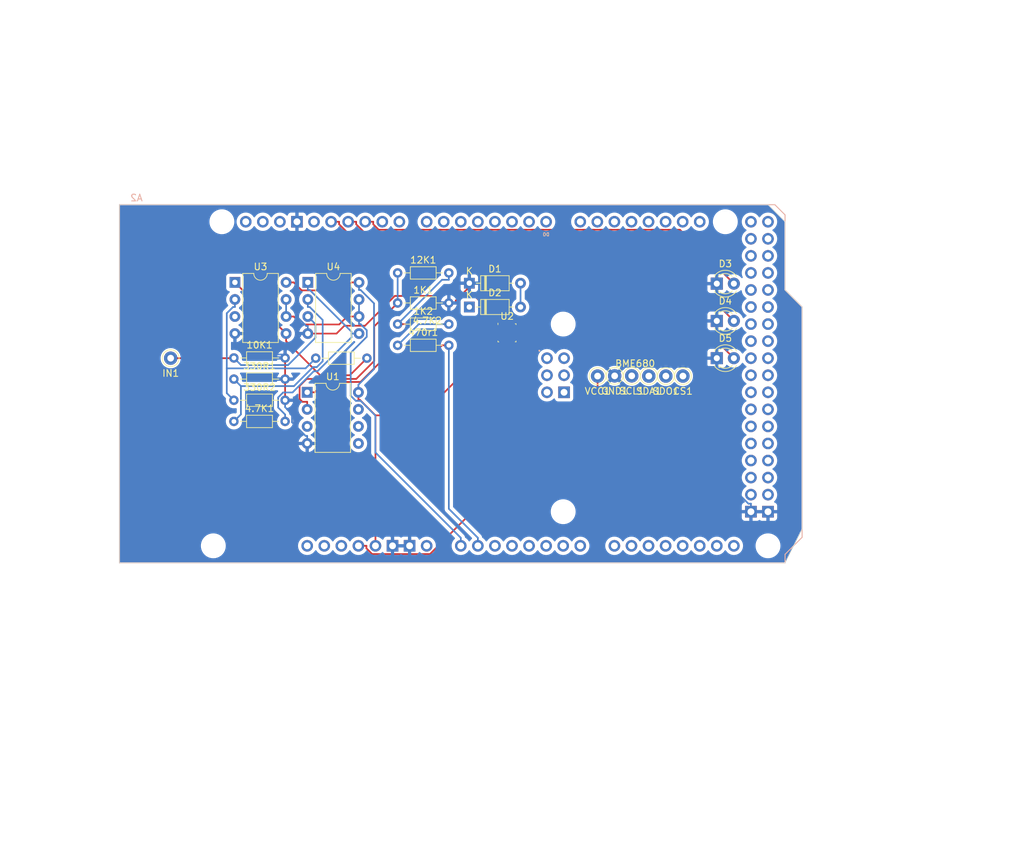
<source format=kicad_pcb>
(kicad_pcb (version 20221018) (generator pcbnew)
  (layers (0 "F.Cu" signal) (31 "B.Cu" signal) (34 "B.Paste" user) (35 "F.Paste" user) (36 "B.SilkS" user "B.Silkscreen") (37 "F.SilkS" user "F.Silkscreen") (38 "B.Mask" user) (39 "F.Mask" user) (44 "Edge.Cuts" user))
  (net 0 "")
  (net 1 "Net-(U1A--)")
  (net 2 "Net-(12K1-Pad2)")
  (net 3 "Net-(1K2-Pad2)")
  (net 4 "Net-(470r1-Pad2)")
  (net 5 "Net-(U1C-V+)")
  (net 9 "Net-(U4A--)")
  (net 76 "GND")
  (net 87 "Net-(D1-A)")
  (net 88 "Net-(D2-K)")
  (net 94 "Net-(D3-A)")
  (net 95 "Net-(D4-A)")
  (net 96 "Net-(D5-A)")
  (net 97 "Net-(U4B-+)")
  (net 98 "Net-(U3A--)")
  (net 99 "Net-(U3B-+)")
  (net 100 "Net-(DZ5-K)")
  (net 101 "Net-(U3B--)")
  (net 102 "Net-(DZ3-K)")
  (net 103 "Net-(DZ1-K)")
  (net 108 "VCC")
  (footprint "Resistor_THT:R_Axial_DIN0204_L3.6mm_D1.6mm_P7.62mm_Horizontal" (layer "F.Cu") (at 111.011 78.7031)
    (fp_text reference "10K1" (at 3.81 -1.92) (layer "F.SilkS"))
    (fp_text value "R")
    (pad "1" thru_hole circle (at 0 0) (size 1.4 1.4) (drill 0.7) (layers "*.Cu" "*.Mask") (net 100 "Net-(DZ5-K)"))
    (pad "2" thru_hole oval (at 7.62 0) (size 1.4 1.4) (drill 0.7) (layers "*.Cu" "*.Mask") (net 76 "GND"))
  )
  (footprint "Package_DIP:DIP-8_W7.62mm" (layer "F.Cu") (at 122.011 67.4531)
    (fp_text reference "U4" (at 3.81 -2.33) (layer "F.SilkS"))
    (fp_text value "TL082")
    (pad "1" thru_hole rect (at 0 0) (size 1.6 1.6) (drill 0.8) (layers "*.Cu" "*.Mask") (net 97 "Net-(U4B-+)"))
    (pad "2" thru_hole oval (at 0 2.54) (size 1.6 1.6) (drill 0.8) (layers "*.Cu" "*.Mask") (net 9 "Net-(U4A--)"))
    (pad "3" thru_hole oval (at 0 5.08) (size 1.6 1.6) (drill 0.8) (layers "*.Cu" "*.Mask") (net 100 "Net-(DZ5-K)"))
    (pad "4" thru_hole oval (at 0 7.62) (size 1.6 1.6) (drill 0.8) (layers "*.Cu" "*.Mask") (net 76 "GND"))
    (pad "5" thru_hole oval (at 7.62 7.62) (size 1.6 1.6) (drill 0.8) (layers "*.Cu" "*.Mask") (net 97 "Net-(U4B-+)"))
    (pad "6" thru_hole oval (at 7.62 5.08) (size 1.6 1.6) (drill 0.8) (layers "*.Cu" "*.Mask") (net 101 "Net-(U3B--)"))
    (pad "7" thru_hole oval (at 7.62 2.54) (size 1.6 1.6) (drill 0.8) (layers "*.Cu" "*.Mask") (net 101 "Net-(U3B--)"))
    (pad "8" thru_hole oval (at 7.62 0) (size 1.6 1.6) (drill 0.8) (layers "*.Cu" "*.Mask") (net 5 "Net-(U1C-V+)"))
  )
  (footprint "Resistor_THT:R_Axial_DIN0204_L3.6mm_D1.6mm_P7.62mm_Horizontal" (layer "F.Cu") (at 135.38 73.67)
    (fp_text reference "1K2" (at 3.81 -1.92) (layer "F.SilkS"))
    (fp_text value "R")
    (pad "1" thru_hole circle (at 0 0) (size 1.4 1.4) (drill 0.7) (layers "*.Cu" "*.Mask") (net 2 "Net-(12K1-Pad2)"))
    (pad "2" thru_hole oval (at 7.62 0) (size 1.4 1.4) (drill 0.7) (layers "*.Cu" "*.Mask") (net 3 "Net-(1K2-Pad2)"))
  )
  (footprint "Package_DIP:DIP-8_W7.62mm" (layer "F.Cu") (at 121.92 83.82)
    (fp_text reference "U1" (at 3.81 -2.33) (layer "F.SilkS"))
    (fp_text value "MCP6002-xMC")
    (pad "1" thru_hole rect (at 0 0) (size 1.6 1.6) (drill 0.8) (layers "*.Cu" "*.Mask") (net 4 "Net-(470r1-Pad2)"))
    (pad "2" thru_hole oval (at 0 2.54) (size 1.6 1.6) (drill 0.8) (layers "*.Cu" "*.Mask") (net 1 "Net-(U1A--)"))
    (pad "3" thru_hole oval (at 0 5.08) (size 1.6 1.6) (drill 0.8) (layers "*.Cu" "*.Mask") (net 102 "Net-(DZ3-K)"))
    (pad "4" thru_hole oval (at 0 7.62) (size 1.6 1.6) (drill 0.8) (layers "*.Cu" "*.Mask") (net 76 "GND"))
    (pad "5" thru_hole oval (at 7.62 7.62) (size 1.6 1.6) (drill 0.8) (layers "*.Cu" "*.Mask"))
    (pad "6" thru_hole oval (at 7.62 5.08) (size 1.6 1.6) (drill 0.8) (layers "*.Cu" "*.Mask"))
    (pad "7" thru_hole oval (at 7.62 2.54) (size 1.6 1.6) (drill 0.8) (layers "*.Cu" "*.Mask"))
    (pad "8" thru_hole oval (at 7.62 0) (size 1.6 1.6) (drill 0.8) (layers "*.Cu" "*.Mask") (net 5 "Net-(U1C-V+)"))
  )
  (footprint "Connector_Pin:Pin_D1.0mm_L10.0mm" (layer "F.Cu") (at 175.298 81.402)
    (fp_text reference "SDO1" (at 0 2.25) (layer "F.SilkS"))
    (fp_text value "MountingHole_Pad" hide)
    (pad "1" thru_hole circle (at 0 0) (size 2 2) (drill 1) (layers "*.Cu" "*.Mask"))
  )
  (footprint "Connector_Pin:Pin_D1.0mm_L10.0mm" (layer "F.Cu") (at 177.838 81.402)
    (fp_text reference "CS1" (at 0 2.25) (layer "F.SilkS"))
    (fp_text value "MountingHole_Pad" hide)
    (pad "1" thru_hole circle (at 0 0) (size 2 2) (drill 1) (layers "*.Cu" "*.Mask"))
  )
  (footprint "Connector_Pin:Pin_D1.0mm_L10.0mm" (layer "F.Cu") (at 167.678 81.372)
    (fp_text reference "GND1" (at 0 2.25) (layer "F.SilkS"))
    (fp_text value "MountingHole_Pad" hide)
    (pad "1" thru_hole circle (at 0 0) (size 2 2) (drill 1) (layers "*.Cu" "*.Mask") (net 76 "GND"))
  )
  (footprint "LED_THT:LED_D3.0mm_Clear" (layer "F.Cu") (at 182.88 67.64)
    (fp_text reference "D3" (at 1.27 -2.96) (layer "F.SilkS"))
    (fp_text value "LED")
    (pad "1" thru_hole rect (at 0 0) (size 1.8 1.8) (drill 0.9) (layers "*.Cu" "*.Mask") (net 76 "GND"))
    (pad "2" thru_hole circle (at 2.54 0) (size 1.8 1.8) (drill 0.9) (layers "*.Cu" "*.Mask") (net 94 "Net-(D3-A)"))
  )
  (footprint "Diode_THT:D_DO-35_SOD27_P7.62mm_Horizontal" (layer "F.Cu") (at 146.05 71.12)
    (fp_text reference "D2" (at 3.81 -2.12) (layer "F.SilkS"))
    (fp_text value "D_Zener")
    (fp_text user "K" (at 0 -1.8) (layer "F.SilkS"))
    (pad "1" thru_hole rect (at 0 0) (size 1.6 1.6) (drill 0.8) (layers "*.Cu" "*.Mask") (net 88 "Net-(D2-K)"))
    (pad "2" thru_hole oval (at 7.62 0) (size 1.6 1.6) (drill 0.8) (layers "*.Cu" "*.Mask") (net 87 "Net-(D1-A)"))
  )
  (footprint "Resistor_THT:R_Axial_DIN0204_L3.6mm_D1.6mm_P7.62mm_Horizontal" (layer "F.Cu") (at 135.38 70.52)
    (fp_text reference "1K1" (at 3.81 -1.92) (layer "F.SilkS"))
    (fp_text value "R")
    (pad "1" thru_hole circle (at 0 0) (size 1.4 1.4) (drill 0.7) (layers "*.Cu" "*.Mask") (net 1 "Net-(U1A--)"))
    (pad "2" thru_hole oval (at 7.62 0) (size 1.4 1.4) (drill 0.7) (layers "*.Cu" "*.Mask") (net 76 "GND"))
  )
  (footprint "Resistor_THT:R_Axial_DIN0204_L3.6mm_D1.6mm_P7.62mm_Horizontal" (layer "F.Cu") (at 111.011 85.0031)
    (fp_text reference "330R2" (at 3.81 -1.92) (layer "F.SilkS"))
    (fp_text value "R")
    (pad "1" thru_hole circle (at 0 0) (size 1.4 1.4) (drill 0.7) (layers "*.Cu" "*.Mask") (net 98 "Net-(U3A--)"))
    (pad "2" thru_hole oval (at 7.62 0) (size 1.4 1.4) (drill 0.7) (layers "*.Cu" "*.Mask") (net 76 "GND"))
  )
  (footprint "Diode_THT:D_DO-35_SOD27_P7.62mm_Horizontal" (layer "F.Cu") (at 146.05 67.57)
    (fp_text reference "D1" (at 3.81 -2.12) (layer "F.SilkS"))
    (fp_text value "D_Zener")
    (fp_text user "K" (at 0 -1.8) (layer "F.SilkS"))
    (pad "1" thru_hole rect (at 0 0) (size 1.6 1.6) (drill 0.8) (layers "*.Cu" "*.Mask") (net 76 "GND"))
    (pad "2" thru_hole oval (at 7.62 0) (size 1.6 1.6) (drill 0.8) (layers "*.Cu" "*.Mask") (net 87 "Net-(D1-A)"))
  )
  (footprint "Package_LGA:Bosch_LGA-8_2.5x2.5mm_P0.65mm_ClockwisePinNumbering" (layer "F.Cu") (at 151.66 74.96)
    (fp_text reference "U2" (at 0.015 -2.465) (layer "F.SilkS"))
    (fp_text value "BME280")
    (pad "1" smd rect (at -0.975 -1.025 90) (size 0.5 0.35) (layers "F.Cu" "F.Paste" "F.Mask") (net 76 "GND"))
    (pad "2" smd rect (at -0.325 -1.025 90) (size 0.5 0.35) (layers "F.Cu" "F.Paste" "F.Mask"))
    (pad "3" smd rect (at 0.325 -1.025 90) (size 0.5 0.35) (layers "F.Cu" "F.Paste" "F.Mask"))
    (pad "4" smd rect (at 0.975 -1.025 90) (size 0.5 0.35) (layers "F.Cu" "F.Paste" "F.Mask"))
    (pad "5" smd rect (at 0.975 1.025 90) (size 0.5 0.35) (layers "F.Cu" "F.Paste" "F.Mask"))
    (pad "6" smd rect (at 0.325 1.025 90) (size 0.5 0.35) (layers "F.Cu" "F.Paste" "F.Mask"))
    (pad "7" smd rect (at -0.325 1.025 90) (size 0.5 0.35) (layers "F.Cu" "F.Paste" "F.Mask") (net 76 "GND"))
    (pad "8" smd rect (at -0.975 1.025 90) (size 0.5 0.35) (layers "F.Cu" "F.Paste" "F.Mask") (net 5 "Net-(U1C-V+)"))
  )
  (footprint "LED_THT:LED_D3.0mm_Clear" (layer "F.Cu") (at 182.88 78.74)
    (fp_text reference "D5" (at 1.27 -2.96) (layer "F.SilkS"))
    (fp_text value "LED")
    (pad "1" thru_hole rect (at 0 0) (size 1.8 1.8) (drill 0.9) (layers "*.Cu" "*.Mask") (net 76 "GND"))
    (pad "2" thru_hole circle (at 2.54 0) (size 1.8 1.8) (drill 0.9) (layers "*.Cu" "*.Mask") (net 96 "Net-(D5-A)"))
  )
  (footprint "Resistor_THT:R_Axial_DIN0204_L3.6mm_D1.6mm_P7.62mm_Horizontal" (layer "F.Cu") (at 123.19 78.74)
    (fp_text reference "4.7K2" (at 16.60095 -5.5869) (layer "F.SilkS"))
    (fp_text value "R")
    (pad "1" thru_hole circle (at 0 0) (size 1.4 1.4) (drill 0.7) (layers "*.Cu" "*.Mask") (net 98 "Net-(U3A--)"))
    (pad "2" thru_hole oval (at 7.62 0) (size 1.4 1.4) (drill 0.7) (layers "*.Cu" "*.Mask") (net 99 "Net-(U3B-+)"))
  )
  (footprint "Resistor_THT:R_Axial_DIN0204_L3.6mm_D1.6mm_P7.62mm_Horizontal" (layer "F.Cu") (at 111.011 88.1531)
    (fp_text reference "4.7K1" (at 3.81 -1.92) (layer "F.SilkS"))
    (fp_text value "R")
    (pad "1" thru_hole circle (at 0 0) (size 1.4 1.4) (drill 0.7) (layers "*.Cu" "*.Mask") (net 9 "Net-(U4A--)"))
    (pad "2" thru_hole oval (at 7.62 0) (size 1.4 1.4) (drill 0.7) (layers "*.Cu" "*.Mask") (net 97 "Net-(U4B-+)"))
  )
  (footprint "Connector_Pin:Pin_D1.0mm_L10.0mm" (layer "F.Cu") (at 101.6 78.74)
    (fp_text reference "IN1" (at 0 2.25) (layer "F.SilkS"))
    (fp_text value "MountingHole_Pad")
    (pad "1" thru_hole circle (at 0 0) (size 2 2) (drill 1) (layers "*.Cu" "*.Mask") (net 100 "Net-(DZ5-K)"))
  )
  (footprint "PCM_arduino-library:Arduino_Mega2560_R3_Shield" (layer "F.Cu") (at 93.98 109.22)
    (fp_text reference "A2" (at 2.54 -54.356) (layer "B.SilkS") (effects (justify mirror)))
    (fp_text value "Arduino_Mega2560_R3_Shield")
    (fp_text user "." (at 62.484 -32.004) (layer "B.SilkS"))
    (fp_text user "D0" (at 63.5 -48.895 unlocked) (layer "B.SilkS") (effects (font (size 0.5 0.5) (thickness 0.075)) (justify mirror)))
    (fp_text user "." (at 62.484 -32.004) (layer "F.SilkS"))
    (fp_text user "D0" (at 63.5 -48.895 unlocked) (layer "F.SilkS") (effects (font (size 0.5 0.5) (thickness 0.075))))
    (pad "" np_thru_hole circle (at 13.97 -2.54) (size 3.2 3.2) (drill 3.2) (layers "*.Cu" "*.Mask"))
    (pad "" np_thru_hole circle (at 15.24 -50.8) (size 3.2 3.2) (drill 3.2) (layers "*.Cu" "*.Mask"))
    (pad "" thru_hole oval (at 27.94 -2.54) (size 1.7272 1.7272) (drill 1.016) (layers "*.Cu" "*.Mask"))
    (pad "" np_thru_hole circle (at 66.04 -35.56) (size 3.2 3.2) (drill 3.2) (layers "*.Cu" "*.Mask"))
    (pad "" np_thru_hole circle (at 66.04 -7.62) (size 3.2 3.2) (drill 3.2) (layers "*.Cu" "*.Mask"))
    (pad "" np_thru_hole circle (at 90.17 -50.8) (size 3.2 3.2) (drill 3.2) (layers "*.Cu" "*.Mask"))
    (pad "" np_thru_hole circle (at 96.52 -2.54) (size 3.2 3.2) (drill 3.2) (layers "*.Cu" "*.Mask"))
    (pad "3V3" thru_hole oval (at 35.56 -2.54) (size 1.7272 1.7272) (drill 1.016) (layers "*.Cu" "*.Mask") (net 108 "VCC"))
    (pad "5V1" thru_hole oval (at 38.1 -2.54) (size 1.7272 1.7272) (drill 1.016) (layers "*.Cu" "*.Mask") (net 5 "Net-(U1C-V+)"))
    (pad "5V2" thru_hole oval (at 66.167 -30.48) (size 1.7272 1.7272) (drill 1.016) (layers "*.Cu" "*.Mask"))
    (pad "5V3" thru_hole oval (at 93.98 -50.8) (size 1.7272 1.7272) (drill 1.016) (layers "*.Cu" "*.Mask"))
    (pad "5V4" thru_hole oval (at 96.52 -50.8) (size 1.7272 1.7272) (drill 1.016) (layers "*.Cu" "*.Mask"))
    (pad "A0" thru_hole oval (at 50.8 -2.54) (size 1.7272 1.7272) (drill 1.016) (layers "*.Cu" "*.Mask") (net 101 "Net-(U3B--)"))
    (pad "A1" thru_hole oval (at 53.34 -2.54) (size 1.7272 1.7272) (drill 1.016) (layers "*.Cu" "*.Mask") (net 4 "Net-(470r1-Pad2)"))
    (pad "A2" thru_hole oval (at 55.88 -2.54) (size 1.7272 1.7272) (drill 1.016) (layers "*.Cu" "*.Mask"))
    (pad "A3" thru_hole oval (at 58.42 -2.54) (size 1.7272 1.7272) (drill 1.016) (layers "*.Cu" "*.Mask"))
    (pad "A4" thru_hole oval (at 60.96 -2.54) (size 1.7272 1.7272) (drill 1.016) (layers "*.Cu" "*.Mask"))
    (pad "A5" thru_hole oval (at 63.5 -2.54) (size 1.7272 1.7272) (drill 1.016) (layers "*.Cu" "*.Mask"))
    (pad "A6" thru_hole oval (at 66.04 -2.54) (size 1.7272 1.7272) (drill 1.016) (layers "*.Cu" "*.Mask"))
    (pad "A7" thru_hole oval (at 68.58 -2.54) (size 1.7272 1.7272) (drill 1.016) (layers "*.Cu" "*.Mask"))
    (pad "A8" thru_hole oval (at 73.66 -2.54) (size 1.7272 1.7272) (drill 1.016) (layers "*.Cu" "*.Mask"))
    (pad "A9" thru_hole oval (at 76.2 -2.54) (size 1.7272 1.7272) (drill 1.016) (layers "*.Cu" "*.Mask"))
    (pad "A10" thru_hole oval (at 78.74 -2.54) (size 1.7272 1.7272) (drill 1.016) (layers "*.Cu" "*.Mask"))
    (pad "A11" thru_hole oval (at 81.28 -2.54) (size 1.7272 1.7272) (drill 1.016) (layers "*.Cu" "*.Mask"))
    (pad "A12" thru_hole oval (at 83.82 -2.54) (size 1.7272 1.7272) (drill 1.016) (layers "*.Cu" "*.Mask"))
    (pad "A13" thru_hole oval (at 86.36 -2.54) (size 1.7272 1.7272) (drill 1.016) (layers "*.Cu" "*.Mask"))
    (pad "A14" thru_hole oval (at 88.9 -2.54) (size 1.7272 1.7272) (drill 1.016) (layers "*.Cu" "*.Mask"))
    (pad "A15" thru_hole oval (at 91.44 -2.54) (size 1.7272 1.7272) (drill 1.016) (layers "*.Cu" "*.Mask"))
    (pad "AREF" thru_hole oval (at 23.876 -50.8) (size 1.7272 1.7272) (drill 1.016) (layers "*.Cu" "*.Mask"))
    (pad "D0" thru_hole oval (at 63.5 -50.8) (size 1.7272 1.7272) (drill 1.016) (layers "*.Cu" "*.Mask"))
    (pad "D1" thru_hole oval (at 60.96 -50.8) (size 1.7272 1.7272) (drill 1.016) (layers "*.Cu" "*.Mask"))
    (pad "D2" thru_hole oval (at 58.42 -50.8) (size 1.7272 1.7272) (drill 1.016) (layers "*.Cu" "*.Mask"))
    (pad "D3" thru_hole oval (at 55.88 -50.8) (size 1.7272 1.7272) (drill 1.016) (layers "*.Cu" "*.Mask"))
    (pad "D4" thru_hole oval (at 53.34 -50.8) (size 1.7272 1.7272) (drill 1.016) (layers "*.Cu" "*.Mask"))
    (pad "D5" thru_hole oval (at 50.8 -50.8) (size 1.7272 1.7272) (drill 1.016) (layers "*.Cu" "*.Mask"))
    (pad "D6" thru_hole oval (at 48.26 -50.8) (size 1.7272 1.7272) (drill 1.016) (layers "*.Cu" "*.Mask"))
    (pad "D7" thru_hole oval (at 45.72 -50.8) (size 1.7272 1.7272) (drill 1.016) (layers "*.Cu" "*.Mask"))
    (pad "D8" thru_hole oval (at 41.656 -50.8) (size 1.7272 1.7272) (drill 1.016) (layers "*.Cu" "*.Mask"))
    (pad "D9" thru_hole oval (at 39.116 -50.8) (size 1.7272 1.7272) (drill 1.016) (layers "*.Cu" "*.Mask"))
    (pad "D10" thru_hole oval (at 36.576 -50.8) (size 1.7272 1.7272) (drill 1.016) (layers "*.Cu" "*.Mask") (net 94 "Net-(D3-A)"))
    (pad "D11" thru_hole oval (at 34.036 -50.8) (size 1.7272 1.7272) (drill 1.016) (layers "*.Cu" "*.Mask") (net 95 "Net-(D4-A)"))
    (pad "D12" thru_hole oval (at 31.496 -50.8) (size 1.7272 1.7272) (drill 1.016) (layers "*.Cu" "*.Mask") (net 96 "Net-(D5-A)"))
    (pad "D13" thru_hole oval (at 28.956 -50.8) (size 1.7272 1.7272) (drill 1.016) (layers "*.Cu" "*.Mask"))
    (pad "D14" thru_hole oval (at 68.58 -50.8) (size 1.7272 1.7272) (drill 1.016) (layers "*.Cu" "*.Mask"))
    (pad "D15" thru_hole oval (at 71.12 -50.8) (size 1.7272 1.7272) (drill 1.016) (layers "*.Cu" "*.Mask"))
    (pad "D16" thru_hole oval (at 73.66 -50.8) (size 1.7272 1.7272) (drill 1.016) (layers "*.Cu" "*.Mask"))
    (pad "D17" thru_hole oval (at 76.2 -50.8) (size 1.7272 1.7272) (drill 1.016) (layers "*.Cu" "*.Mask"))
    (pad "D18" thru_hole oval (at 78.74 -50.8) (size 1.7272 1.7272) (drill 1.016) (layers "*.Cu" "*.Mask"))
    (pad "D19" thru_hole oval (at 81.28 -50.8) (size 1.7272 1.7272) (drill 1.016) (layers "*.Cu" "*.Mask"))
    (pad "D20" thru_hole oval (at 83.82 -50.8) (size 1.7272 1.7272) (drill 1.016) (layers "*.Cu" "*.Mask"))
    (pad "D21" thru_hole oval (at 86.36 -50.8) (size 1.7272 1.7272) (drill 1.016) (layers "*.Cu" "*.Mask"))
    (pad "D22" thru_hole oval (at 93.98 -48.26) (size 1.7272 1.7272) (drill 1.016) (layers "*.Cu" "*.Mask"))
    (pad "D23" thru_hole oval (at 96.52 -48.26) (size 1.7272 1.7272) (drill 1.016) (layers "*.Cu" "*.Mask"))
    (pad "D24" thru_hole oval (at 93.98 -45.72) (size 1.7272 1.7272) (drill 1.016) (layers "*.Cu" "*.Mask"))
    (pad "D25" thru_hole oval (at 96.52 -45.72) (size 1.7272 1.7272) (drill 1.016) (layers "*.Cu" "*.Mask"))
    (pad "D26" thru_hole oval (at 93.98 -43.18) (size 1.7272 1.7272) (drill 1.016) (layers "*.Cu" "*.Mask"))
    (pad "D27" thru_hole oval (at 96.52 -43.18) (size 1.7272 1.7272) (drill 1.016) (layers "*.Cu" "*.Mask"))
    (pad "D28" thru_hole oval (at 93.98 -40.64) (size 1.7272 1.7272) (drill 1.016) (layers "*.Cu" "*.Mask"))
    (pad "D29" thru_hole oval (at 96.52 -40.64) (size 1.7272 1.7272) (drill 1.016) (layers "*.Cu" "*.Mask"))
    (pad "D30" thru_hole oval (at 93.98 -38.1) (size 1.7272 1.7272) (drill 1.016) (layers "*.Cu" "*.Mask"))
    (pad "D31" thru_hole oval (at 96.52 -38.1) (size 1.7272 1.7272) (drill 1.016) (layers "*.Cu" "*.Mask"))
    (pad "D32" thru_hole oval (at 93.98 -35.56) (size 1.7272 1.7272) (drill 1.016) (layers "*.Cu" "*.Mask"))
    (pad "D33" thru_hole oval (at 96.52 -35.56) (size 1.7272 1.7272) (drill 1.016) (layers "*.Cu" "*.Mask"))
    (pad "D34" thru_hole oval (at 93.98 -33.02) (size 1.7272 1.7272) (drill 1.016) (layers "*.Cu" "*.Mask"))
    (pad "D35" thru_hole oval (at 96.52 -33.02) (size 1.7272 1.7272) (drill 1.016) (layers "*.Cu" "*.Mask"))
    (pad "D36" thru_hole oval (at 93.98 -30.48) (size 1.7272 1.7272) (drill 1.016) (layers "*.Cu" "*.Mask"))
    (pad "D37" thru_hole oval (at 96.52 -30.48) (size 1.7272 1.7272) (drill 1.016) (layers "*.Cu" "*.Mask"))
    (pad "D38" thru_hole oval (at 93.98 -27.94) (size 1.7272 1.7272) (drill 1.016) (layers "*.Cu" "*.Mask"))
    (pad "D39" thru_hole oval (at 96.52 -27.94) (size 1.7272 1.7272) (drill 1.016) (layers "*.Cu" "*.Mask"))
    (pad "D40" thru_hole oval (at 93.98 -25.4) (size 1.7272 1.7272) (drill 1.016) (layers "*.Cu" "*.Mask"))
    (pad "D41" thru_hole oval (at 96.52 -25.4) (size 1.7272 1.7272) (drill 1.016) (layers "*.Cu" "*.Mask"))
    (pad "D42" thru_hole oval (at 93.98 -22.86) (size 1.7272 1.7272) (drill 1.016) (layers "*.Cu" "*.Mask"))
    (pad "D43" thru_hole oval (at 96.52 -22.86) (size 1.7272 1.7272) (drill 1.016) (layers "*.Cu" "*.Mask"))
    (pad "D44" thru_hole oval (at 93.98 -20.32) (size 1.7272 1.7272) (drill 1.016) (layers "*.Cu" "*.Mask"))
    (pad "D45" thru_hole oval (at 96.52 -20.32) (size 1.7272 1.7272) (drill 1.016) (layers "*.Cu" "*.Mask"))
    (pad "D46" thru_hole oval (at 93.98 -17.78) (size 1.7272 1.7272) (drill 1.016) (layers "*.Cu" "*.Mask"))
    (pad "D47" thru_hole oval (at 96.52 -17.78) (size 1.7272 1.7272) (drill 1.016) (layers "*.Cu" "*.Mask"))
    (pad "D48" thru_hole oval (at 93.98 -15.24) (size 1.7272 1.7272) (drill 1.016) (layers "*.Cu" "*.Mask"))
    (pad "D49" thru_hole oval (at 96.52 -15.24) (size 1.7272 1.7272) (drill 1.016) (layers "*.Cu" "*.Mask"))
    (pad "D50" thru_hole oval (at 93.98 -12.7) (size 1.7272 1.7272) (drill 1.016) (layers "*.Cu" "*.Mask"))
    (pad "D51" thru_hole oval (at 96.52 -12.7) (size 1.7272 1.7272) (drill 1.016) (layers "*.Cu" "*.Mask"))
    (pad "D52" thru_hole oval (at 93.98 -10.16) (size 1.7272 1.7272) (drill 1.016) (layers "*.Cu" "*.Mask"))
    (pad "D53" thru_hole oval (at 96.52 -10.16) (size 1.7272 1.7272) (drill 1.016) (layers "*.Cu" "*.Mask"))
    (pad "GND1" thru_hole rect (at 26.416 -50.8) (size 1.7272 1.7272) (drill 1.016) (layers "*.Cu" "*.Mask") (net 76 "GND"))
    (pad "GND2" thru_hole rect (at 40.64 -2.54) (size 1.7272 1.7272) (drill 1.016) (layers "*.Cu" "*.Mask") (net 76 "GND"))
    (pad "GND3" thru_hole rect (at 43.18 -2.54) (size 1.7272 1.7272) (drill 1.016) (layers "*.Cu" "*.Mask") (net 76 "GND"))
    (pad "GND4" thru_hole rect (at 66.167 -25.4) (size 1.7272 1.7272) (drill 1.016) (layers "*.Cu" "*.Mask"))
    (pad "GND5" thru_hole rect (at 93.98 -7.62) (size 1.7272 1.7272) (drill 1.016) (layers "*.Cu" "*.Mask") (net 76 "GND"))
    (pad "GND6" thru_hole rect (at 96.52 -7.62) (size 1.7272 1.7272) (drill 1.016) (layers "*.Cu" "*.Mask") (net 76 "GND"))
    (pad "IORF" thru_hole oval (at 30.48 -2.54) (size 1.7272 1.7272) (drill 1.016) (layers "*.Cu" "*.Mask"))
    (pad "MISO" thru_hole oval (at 63.627 -30.48) (size 1.7272 1.7272) (drill 1.016) (layers "*.Cu" "*.Mask"))
    (pad "MOSI" thru_hole oval (at 66.167 -27.94) (size 1.7272 1.7272) (drill 1.016) (layers "*.Cu" "*.Mask"))
    (pad "RST1" thru_hole oval (at 33.02 -2.54) (size 1.7272 1.7272) (drill 1.016) (layers "*.Cu" "*.Mask"))
    (pad "RST2" thru_hole oval (at 63.627 -25.4) (size 1.7272 1.7272) (drill 1.016) (layers "*.Cu" "*.Mask"))
    (pad "SCK" thru_hole oval (at 63.627 -27.94) (size 1.7272 1.7272) (drill 1.016) (layers "*.Cu" "*.Mask"))
    (pad "SCL" thru_hole oval (at 18.796 -50.8) (size 1.7272 1.7272) (drill 1.016) (layers "*.Cu" "*.Mask"))
    (pad "SDA" thru_hole oval (at 21.336 -50.8) (size 1.7272 1.7272) (drill 1.016) (layers "*.Cu" "*.Mask"))
    (pad "VIN" thru_hole oval (at 45.72 -2.54) (size 1.7272 1.7272) (drill 1.016) (layers "*.Cu" "*.Mask"))
  )
  (footprint "Resistor_THT:R_Axial_DIN0204_L3.6mm_D1.6mm_P7.62mm_Horizontal" (layer "F.Cu") (at 111.011 81.8531)
    (fp_text reference "330R1" (at 3.81 -1.92) (layer "F.SilkS"))
    (fp_text value "R")
    (pad "1" thru_hole circle (at 0 0) (size 1.4 1.4) (drill 0.7) (layers "*.Cu" "*.Mask") (net 9 "Net-(U4A--)"))
    (pad "2" thru_hole oval (at 7.62 0) (size 1.4 1.4) (drill 0.7) (layers "*.Cu" "*.Mask") (net 76 "GND"))
  )
  (footprint "Resistor_THT:R_Axial_DIN0204_L3.6mm_D1.6mm_P7.62mm_Horizontal" (layer "F.Cu") (at 135.38 66.04)
    (fp_text reference "12K1" (at 3.81 -1.92) (layer "F.SilkS"))
    (fp_text value "R")
    (pad "1" thru_hole circle (at 0 0) (size 1.4 1.4) (drill 0.7) (layers "*.Cu" "*.Mask") (net 1 "Net-(U1A--)"))
    (pad "2" thru_hole oval (at 7.62 0) (size 1.4 1.4) (drill 0.7) (layers "*.Cu" "*.Mask") (net 2 "Net-(12K1-Pad2)"))
  )
  (footprint "Connector_Pin:Pin_D1.0mm_L10.0mm" (layer "F.Cu") (at 165.138 81.402)
    (fp_text reference "VCC1" (at 0 2.25) (layer "F.SilkS"))
    (fp_text value "MountingHole_Pad" hide)
    (pad "1" thru_hole circle (at 0 0) (size 2 2) (drill 1) (layers "*.Cu" "*.Mask") (net 108 "VCC"))
  )
  (footprint "Connector_Pin:Pin_D1.0mm_L10.0mm" (layer "F.Cu") (at 172.758 81.402)
    (fp_text reference "SDA1" (at 0 2.25) (layer "F.SilkS"))
    (fp_text value "MountingHole_Pad" hide)
    (pad "1" thru_hole circle (at 0 0) (size 2 2) (drill 1) (layers "*.Cu" "*.Mask"))
  )
  (footprint "LED_THT:LED_D3.0mm_Clear" (layer "F.Cu") (at 182.88 73.19)
    (fp_text reference "D4" (at 1.27 -2.96) (layer "F.SilkS"))
    (fp_text value "LED")
    (pad "1" thru_hole rect (at 0 0) (size 1.8 1.8) (drill 0.9) (layers "*.Cu" "*.Mask") (net 76 "GND"))
    (pad "2" thru_hole circle (at 2.54 0) (size 1.8 1.8) (drill 0.9) (layers "*.Cu" "*.Mask") (net 95 "Net-(D4-A)"))
  )
  (footprint "Package_DIP:DIP-8_W7.62mm" (layer "F.Cu") (at 111.161 67.4531)
    (fp_text reference "U3" (at 3.81 -2.33) (layer "F.SilkS"))
    (fp_text value "TL082")
    (pad "1" thru_hole rect (at 0 0) (size 1.6 1.6) (drill 0.8) (layers "*.Cu" "*.Mask") (net 99 "Net-(U3B-+)"))
    (pad "2" thru_hole oval (at 0 2.54) (size 1.6 1.6) (drill 0.8) (layers "*.Cu" "*.Mask") (net 98 "Net-(U3A--)"))
    (pad "3" thru_hole oval (at 0 5.08) (size 1.6 1.6) (drill 0.8) (layers "*.Cu" "*.Mask") (net 103 "Net-(DZ1-K)"))
    (pad "4" thru_hole oval (at 0 7.62) (size 1.6 1.6) (drill 0.8) (layers "*.Cu" "*.Mask") (net 76 "GND"))
    (pad "5" thru_hole oval (at 7.62 7.62) (size 1.6 1.6) (drill 0.8) (layers "*.Cu" "*.Mask") (net 99 "Net-(U3B-+)"))
    (pad "6" thru_hole oval (at 7.62 5.08) (size 1.6 1.6) (drill 0.8) (layers "*.Cu" "*.Mask") (net 101 "Net-(U3B--)"))
    (pad "7" thru_hole oval (at 7.62 2.54) (size 1.6 1.6) (drill 0.8) (layers "*.Cu" "*.Mask") (net 101 "Net-(U3B--)"))
    (pad "8" thru_hole oval (at 7.62 0) (size 1.6 1.6) (drill 0.8) (layers "*.Cu" "*.Mask") (net 5 "Net-(U1C-V+)"))
  )
  (footprint "Resistor_THT:R_Axial_DIN0204_L3.6mm_D1.6mm_P7.62mm_Horizontal" (layer "F.Cu") (at 135.38 76.82)
    (fp_text reference "470r1" (at 3.81 -1.92) (layer "F.SilkS"))
    (fp_text value "R")
    (pad "1" thru_hole circle (at 0 0) (size 1.4 1.4) (drill 0.7) (layers "*.Cu" "*.Mask") (net 3 "Net-(1K2-Pad2)"))
    (pad "2" thru_hole oval (at 7.62 0) (size 1.4 1.4) (drill 0.7) (layers "*.Cu" "*.Mask") (net 4 "Net-(470r1-Pad2)"))
  )
  (footprint "Connector_Pin:Pin_D1.0mm_L10.0mm" (layer "F.Cu") (at 170.218 81.372)
    (fp_text reference "SCL1" (at 0 2.25) (layer "F.SilkS"))
    (fp_text value "MountingHole_Pad" hide)
    (pad "1" thru_hole circle (at 0 0) (size 2 2) (drill 1) (layers "*.Cu" "*.Mask"))
  )
  (gr_line (start 93.98 109.22) (end 93.98 55.88) (stroke (width 0.1)) (layer "Edge.Cuts"))
  (gr_line (start 190.5 55.88) (end 193.04 58.42) (stroke (width 0.1)) (layer "Edge.Cuts"))
  (gr_line (start 193.04 68.58) (end 195.58 71.12) (stroke (width 0.1)) (layer "Edge.Cuts"))
  (gr_line (start 195.58 104.14) (end 193.04 109.22) (stroke (width 0.1)) (layer "Edge.Cuts"))
  (gr_line (start 195.58 71.12) (end 195.58 104.14) (stroke (width 0.1)) (layer "Edge.Cuts"))
  (gr_line (start 193.04 109.22) (end 93.98 109.22) (stroke (width 0.1)) (layer "Edge.Cuts"))
  (gr_line (start 193.04 58.42) (end 193.04 68.58) (stroke (width 0.1)) (layer "Edge.Cuts"))
  (gr_line (start 93.98 55.88) (end 190.5 55.88) (stroke (width 0.1)) (layer "Edge.Cuts"))
  (gr_text "BME680\n" (at 167.678002 80.121009) (layer "F.SilkS") (effects (font (size 1 1)) (justify left bottom)))
  (segment (start 131.8977 74.0023) (end 135.38 70.52) (width 0.25) (layer "F.Cu") (net 1))
  (segment (start 121.92 86.36) (end 121.92 85.2331) (width 0.25) (layer "F.Cu") (net 1))
  (segment (start 121.2157 85.2331) (end 120.7902 84.8076) (width 0.25) (layer "F.Cu") (net 1))
  (segment (start 121.8364 81.8272) (end 129.2173 81.8272) (width 0.25) (layer "F.Cu") (net 1))
  (segment (start 129.2173 81.8272) (end 131.8977 79.1468) (width 0.25) (layer "F.Cu") (net 1))
  (segment (start 131.8977 79.1468) (end 131.8977 74.0023) (width 0.25) (layer "F.Cu") (net 1))
  (segment (start 120.7902 84.8076) (end 120.7902 82.8734) (width 0.25) (layer "F.Cu") (net 1))
  (segment (start 121.92 85.2331) (end 121.2157 85.2331) (width 0.25) (layer "F.Cu") (net 1))
  (segment (start 120.7902 82.8734) (end 121.8364 81.8272) (width 0.25) (layer "F.Cu") (net 1))
  (segment (start 135.38 66.04) (end 135.38 70.52) (width 0.25) (layer "B.Cu") (net 1))
  (segment (start 136.7 73.67) (end 135.38 73.67) (width 0.25) (layer "F.Cu") (net 2))
  (segment (start 143 66.04) (end 143 67.0669) (width 0.25) (layer "B.Cu") (net 2))
  (segment (start 135.38 73.67) (end 141.9831 67.0669) (width 0.25) (layer "B.Cu") (net 2))
  (segment (start 141.9831 67.0669) (end 143 67.0669) (width 0.25) (layer "B.Cu") (net 2))
  (segment (start 135.38 76.82) (end 138.53 73.67) (width 0.25) (layer "B.Cu") (net 3))
  (segment (start 138.53 73.67) (end 143 73.67) (width 0.25) (layer "B.Cu") (net 3))
  (segment (start 121.92 83.82) (end 123.0469 83.82) (width 0.25) (layer "F.Cu") (net 4))
  (segment (start 140.4734 78.3197) (end 141.9731 76.82) (width 0.25) (layer "F.Cu") (net 4))
  (segment (start 129.8473 82.2791) (end 133.8067 78.3197) (width 0.25) (layer "F.Cu") (net 4))
  (segment (start 123.0469 83.82) (end 124.5878 82.2791) (width 0.25) (layer "F.Cu") (net 4))
  (segment (start 143 76.82) (end 141.9731 76.82) (width 0.25) (layer "F.Cu") (net 4))
  (segment (start 124.5878 82.2791) (end 129.8473 82.2791) (width 0.25) (layer "F.Cu") (net 4))
  (segment (start 133.8067 78.3197) (end 140.4734 78.3197) (width 0.25) (layer "F.Cu") (net 4))
  (segment (start 147.32 105.4895) (end 143 101.1695) (width 0.25) (layer "B.Cu") (net 4))
  (segment (start 143 101.1695) (end 143 76.82) (width 0.25) (layer "B.Cu") (net 4))
  (segment (start 147.32 106.68) (end 147.32 105.4895) (width 0.25) (layer "B.Cu") (net 4))
  (segment (start 118.781 67.4531) (end 119.9079 67.4531) (width 0.25) (layer "F.Cu") (net 5))
  (segment (start 132.08 87.2534) (end 138.9147 87.2534) (width 0.25) (layer "F.Cu") (net 5))
  (segment (start 138.9147 87.2534) (end 150.1831 75.985) (width 0.25) (layer "F.Cu") (net 5))
  (segment (start 127.3135 68.6437) (end 128.5041 67.4531) (width 0.25) (layer "F.Cu") (net 5))
  (segment (start 119.9079 67.4531) (end 121.0985 68.6437) (width 0.25) (layer "F.Cu") (net 5))
  (segment (start 132.08 87.2534) (end 129.7735 84.9469) (width 0.25) (layer "F.Cu") (net 5))
  (segment (start 121.0985 68.6437) (end 127.3135 68.6437) (width 0.25) (layer "F.Cu") (net 5))
  (segment (start 129.631 67.4531) (end 128.5041 67.4531) (width 0.25) (layer "F.Cu") (net 5))
  (segment (start 129.7735 84.9469) (end 129.54 84.9469) (width 0.25) (layer "F.Cu") (net 5))
  (segment (start 150.685 75.985) (end 150.1831 75.985) (width 0.25) (layer "F.Cu") (net 5))
  (segment (start 129.54 83.82) (end 129.54 84.9469) (width 0.25) (layer "F.Cu") (net 5))
  (segment (start 132.08 106.68) (end 132.08 87.2534) (width 0.25) (layer "F.Cu") (net 5))
  (segment (start 129.8645 68.58) (end 129.631 68.58) (width 0.25) (layer "B.Cu") (net 5))
  (segment (start 129.54 83.82) (end 129.54 82.6931) (width 0.25) (layer "B.Cu") (net 5))
  (segment (start 129.631 67.4531) (end 129.631 68.58) (width 0.25) (layer "B.Cu") (net 5))
  (segment (start 131.8632 70.5787) (end 129.8645 68.58) (width 0.25) (layer "B.Cu") (net 5))
  (segment (start 129.54 82.6931) (end 131.8632 80.3699) (width 0.25) (layer "B.Cu") (net 5))
  (segment (start 131.8632 80.3699) (end 131.8632 70.5787) (width 0.25) (layer "B.Cu") (net 5))
  (segment (start 122.011 71.12) (end 122.2927 71.12) (width 0.25) (layer "B.Cu") (net 9))
  (segment (start 111.011 81.8531) (end 112.054 82.8961) (width 0.25) (layer "B.Cu") (net 9))
  (segment (start 112.054 82.8961) (end 112.054 87.1101) (width 0.25) (layer "B.Cu") (net 9))
  (segment (start 124.2228 73.0501) (end 124.2228 79.1952) (width 0.25) (layer "B.Cu") (net 9))
  (segment (start 119.951 82.8961) (end 112.054 82.8961) (width 0.25) (layer "B.Cu") (net 9))
  (segment (start 123.3506 80.0674) (end 122.7797 80.0674) (width 0.25) (layer "B.Cu") (net 9))
  (segment (start 122.011 69.9931) (end 122.011 71.12) (width 0.25) (layer "B.Cu") (net 9))
  (segment (start 122.7797 80.0674) (end 119.951 82.8961) (width 0.25) (layer "B.Cu") (net 9))
  (segment (start 124.2228 79.1952) (end 123.3506 80.0674) (width 0.25) (layer "B.Cu") (net 9))
  (segment (start 112.054 87.1101) (end 111.011 88.1531) (width 0.25) (layer "B.Cu") (net 9))
  (segment (start 122.2927 71.12) (end 124.2228 73.0501) (width 0.25) (layer "B.Cu") (net 9))
  (segment (start 146.05 67.57) (end 146.05 68.1334) (width 0.25) (layer "F.Cu") (net 76))
  (segment (start 153.6471 76.1098) (end 152.9454 75.4081) (width 0.25) (layer "F.Cu") (net 76))
  (segment (start 143 70.52) (end 144.0269 70.52) (width 0.25) (layer "F.Cu") (net 76))
  (segment (start 134.9599 69.471) (end 130.5229 73.908) (width 0.25) (layer "F.Cu") (net 76))
  (segment (start 151.335 75.985) (end 151.335 75.4081) (width 0.25) (layer "F.Cu") (net 76))
  (segment (start 126.2824 75.0731) (end 122.011 75.0731) (width 0.25) (layer "F.Cu") (net 76))
  (segment (start 150.685 73.3319) (end 146.05 68.6969) (width 0.25) (layer "F.Cu") (net 76))
  (segment (start 152.9454 75.4081) (end 151.335 75.4081) (width 0.25) (layer "F.Cu") (net 76))
  (segment (start 141.9731 70.52) (end 140.9241 69.471) (width 0.25) (layer "F.Cu") (net 76))
  (segment (start 140.9241 69.471) (end 134.9599 69.471) (width 0.25) (layer "F.Cu") (net 76))
  (segment (start 151.335 75.4081) (end 150.685 74.7581) (width 0.25) (layer "F.Cu") (net 76))
  (segment (start 146.05 68.1334) (end 146.05 68.6969) (width 0.25) (layer "F.Cu") (net 76))
  (segment (start 118.631 85.0031) (end 118.631 81.8531) (width 0.25) (layer "F.Cu") (net 76))
  (segment (start 167.678 81.372) (end 162.4158 76.1098) (width 0.25) (layer "F.Cu") (net 76))
  (segment (start 150.685 73.935) (end 150.685 73.3319) (width 0.25) (layer "F.Cu") (net 76))
  (segment (start 118.631 81.8531) (end 118.631 78.7031) (width 0.25) (layer "F.Cu") (net 76))
  (segment (start 130.5229 73.908) (end 127.4475 73.908) (width 0.25) (layer "F.Cu") (net 76))
  (segment (start 190.5 101.6) (end 187.96 101.6) (width 0.25) (layer "F.Cu") (net 76))
  (segment (start 127.4475 73.908) (end 126.2824 75.0731) (width 0.25) (layer "F.Cu") (net 76))
  (segment (start 144.0269 70.1565) (end 144.0269 70.52) (width 0.25) (layer "F.Cu") (net 76))
  (segment (start 150.685 74.7581) (end 150.685 73.935) (width 0.25) (layer "F.Cu") (net 76))
  (segment (start 146.05 68.1334) (end 144.0269 70.1565) (width 0.25) (layer "F.Cu") (net 76))
  (segment (start 137.16 106.68) (end 134.62 106.68) (width 0.25) (layer "F.Cu") (net 76))
  (segment (start 143 70.52) (end 141.9731 70.52) (width 0.25) (layer "F.Cu") (net 76))
  (segment (start 162.4158 76.1098) (end 153.6471 76.1098) (width 0.25) (layer "F.Cu") (net 76))
  (segment (start 118.631 78.1896) (end 118.631 77.6762) (width 0.25) (layer "B.Cu") (net 76))
  (segment (start 182.88 95.7015) (end 182.88 80.0307) (width 0.25) (layer "B.Cu") (net 76))
  (segment (start 182.88 78.74) (end 182.88 73.19) (width 0.25) (layer "B.Cu") (net 76))
  (segment (start 115.4044 78.1896) (end 112.2879 75.0731) (width 0.25) (layer "B.Cu") (net 76))
  (segment (start 120.8841 75.4231) (end 118.631 77.6762) (width 0.25) (layer "B.Cu") (net 76))
  (segment (start 187.588 100.4095) (end 182.88 95.7015) (width 0.25) (layer "B.Cu") (net 76))
  (segment (start 182.88 80.0307) (end 182.88 78.74) (width 0.25) (layer "B.Cu") (net 76))
  (segment (start 119.6579 87.0569) (end 119.6579 88.2845) (width 0.25) (layer "B.Cu") (net 76))
  (segment (start 118.631 78.7031) (end 118.631 78.1896) (width 0.25) (layer "B.Cu") (net 76))
  (segment (start 111.161 75.0731) (end 112.2879 75.0731) (width 0.25) (layer "B.Cu") (net 76))
  (segment (start 187.96 101.6) (end 187.96 100.4095) (width 0.25) (layer "B.Cu") (net 76))
  (segment (start 134.62 106.68) (end 134.62 105.4895) (width 0.25) (layer "B.Cu") (net 76))
  (segment (start 121.92 92.7895) (end 121.92 91.44) (width 0.25) (layer "B.Cu") (net 76))
  (segment (start 120.396 58.42) (end 120.396 72.5647) (width 0.25) (layer "B.Cu") (net 76))
  (segment (start 182.88 73.19) (end 182.88 67.64) (width 0.25) (layer "B.Cu") (net 76))
  (segment (start 120.8841 75.0731) (end 120.8841 75.4231) (width 0.25) (layer "B.Cu") (net 76))
  (segment (start 182.88 80.0307) (end 169.0193 80.0307) (width 0.25) (layer "B.Cu") (net 76))
  (segment (start 122.011 74.5096) (end 122.011 73.9462) (width 0.25) (layer "B.Cu") (net 76))
  (segment (start 122.011 75.0731) (end 120.8841 75.0731) (width 0.25) (layer "B.Cu") (net 76))
  (segment (start 119.6579 88.2845) (end 121.6865 90.3131) (width 0.25) (layer "B.Cu") (net 76))
  (segment (start 169.0193 80.0307) (end 167.678 81.372) (width 0.25) (layer "B.Cu") (net 76))
  (segment (start 187.96 100.4095) (end 187.588 100.4095) (width 0.25) (layer "B.Cu") (net 76))
  (segment (start 121.92 91.44) (end 121.92 90.3131) (width 0.25) (layer "B.Cu") (net 76))
  (segment (start 118.631 78.1896) (end 115.4044 78.1896) (width 0.25) (layer "B.Cu") (net 76))
  (segment (start 122.011 74.5096) (end 122.011 75.0731) (width 0.25) (layer "B.Cu") (net 76))
  (segment (start 121.6865 90.3131) (end 121.92 90.3131) (width 0.25) (layer "B.Cu") (net 76))
  (segment (start 118.631 86.03) (end 119.6579 87.0569) (width 0.25) (layer "B.Cu") (net 76))
  (segment (start 134.62 105.4895) (end 121.92 92.7895) (width 0.25) (layer "B.Cu") (net 76))
  (segment (start 121.7775 73.9462) (end 122.011 73.9462) (width 0.25) (layer "B.Cu") (net 76))
  (segment (start 118.631 85.0031) (end 118.631 86.03) (width 0.25) (layer "B.Cu") (net 76))
  (segment (start 120.396 72.5647) (end 121.7775 73.9462) (width 0.25) (layer "B.Cu") (net 76))
  (segment (start 153.67 67.57) (end 153.67 71.12) (width 0.25) (layer "B.Cu") (net 87))
  (segment (start 130.556 58.42) (end 131.7465 58.42) (width 0.25) (layer "F.Cu") (net 94))
  (segment (start 131.7465 58.42) (end 131.7465 58.7921) (width 0.25) (layer "F.Cu") (net 94))
  (segment (start 177.3905 59.6105) (end 185.42 67.64) (width 0.25) (layer "F.Cu") (net 94))
  (segment (start 132.5649 59.6105) (end 177.3905 59.6105) (width 0.25) (layer "F.Cu") (net 94))
  (segment (start 131.7465 58.7921) (end 132.5649 59.6105) (width 0.25) (layer "F.Cu") (net 94))
  (segment (start 128.016 58.42) (end 129.2065 58.42) (width 0.25) (layer "F.Cu") (net 95))
  (segment (start 130.5258 60.1093) (end 129.2065 58.79) (width 0.25) (layer "F.Cu") (net 95))
  (segment (start 129.2065 58.79) (end 129.2065 58.42) (width 0.25) (layer "F.Cu") (net 95))
  (segment (start 185.42 73.19) (end 172.3393 60.1093) (width 0.25) (layer "F.Cu") (net 95))
  (segment (start 172.3393 60.1093) (end 130.5258 60.1093) (width 0.25) (layer "F.Cu") (net 95))
  (segment (start 126.6665 58.792) (end 131.8346 63.9601) (width 0.25) (layer "F.Cu") (net 96))
  (segment (start 170.6401 63.9601) (end 185.42 78.74) (width 0.25) (layer "F.Cu") (net 96))
  (segment (start 125.476 58.42) (end 126.6665 58.42) (width 0.25) (layer "F.Cu") (net 96))
  (segment (start 126.6665 58.42) (end 126.6665 58.792) (width 0.25) (layer "F.Cu") (net 96))
  (segment (start 131.8346 63.9601) (end 170.6401 63.9601) (width 0.25) (layer "F.Cu") (net 96))
  (segment (start 117.5989 84.583) (end 118.3377 83.8442) (width 0.25) (layer "B.Cu") (net 97))
  (segment (start 119.733 83.8442) (end 122.8986 80.6786) (width 0.25) (layer "B.Cu") (net 97))
  (segment (start 128.5041 75.6323) (end 128.5041 75.0731) (width 0.25) (layer "B.Cu") (net 97))
  (segment (start 118.631 88.1531) (end 118.631 87.1262) (width 0.25) (layer "B.Cu") (net 97))
  (segment (start 128.5041 74.7914) (end 122.2927 68.58) (width 0.25) (layer "B.Cu") (net 97))
  (segment (start 118.3377 83.8442) (end 119.733 83.8442) (width 0.25) (layer "B.Cu") (net 97))
  (segment (start 122.011 67.4531) (end 122.011 68.58) (width 0.25) (layer "B.Cu") (net 97))
  (segment (start 122.8986 80.6786) (end 123.4578 80.6786) (width 0.25) (layer "B.Cu") (net 97))
  (segment (start 128.5041 75.0731) (end 128.5041 74.7914) (width 0.25) (layer "B.Cu") (net 97))
  (segment (start 117.5989 86.0941) (end 117.5989 84.583) (width 0.25) (layer "B.Cu") (net 97))
  (segment (start 122.2927 68.58) (end 122.011 68.58) (width 0.25) (layer "B.Cu") (net 97))
  (segment (start 118.631 87.1262) (end 117.5989 86.0941) (width 0.25) (layer "B.Cu") (net 97))
  (segment (start 129.631 75.0731) (end 128.5041 75.0731) (width 0.25) (layer "B.Cu") (net 97))
  (segment (start 123.4578 80.6786) (end 128.5041 75.6323) (width 0.25) (layer "B.Cu") (net 97))
  (segment (start 111.161 69.9931) (end 111.161 71.12) (width 0.25) (layer "B.Cu") (net 98))
  (segment (start 121.6718 80.2582) (end 123.19 78.74) (width 0.25) (layer "B.Cu") (net 98))
  (segment (start 109.9487 80.2582) (end 109.9487 83.9408) (width 0.25) (layer "B.Cu") (net 98))
  (segment (start 109.9487 80.2582) (end 121.6718 80.2582) (width 0.25) (layer "B.Cu") (net 98))
  (segment (start 109.9487 83.9408) (end 111.011 85.0031) (width 0.25) (layer "B.Cu") (net 98))
  (segment (start 109.9487 72.0506) (end 109.9487 80.2582) (width 0.25) (layer "B.Cu") (net 98))
  (segment (start 111.161 71.12) (end 110.8793 71.12) (width 0.25) (layer "B.Cu") (net 98))
  (segment (start 110.8793 71.12) (end 109.9487 72.0506) (width 0.25) (layer "B.Cu") (net 98))
  (segment (start 118.781 75.0731) (end 118.781 76.2045) (width 0.25) (layer "F.Cu") (net 99))
  (segment (start 111.161 67.4531) (end 118.781 75.0731) (width 0.25) (layer "F.Cu") (net 99))
  (segment (start 118.781 76.2045) (end 123.856 81.28) (width 0.25) (layer "F.Cu") (net 99))
  (segment (start 123.856 81.28) (end 128.27 81.28) (width 0.25) (layer "F.Cu") (net 99))
  (segment (start 128.27 81.28) (end 130.81 78.74) (width 0.25) (layer "F.Cu") (net 99))
  (segment (start 101.6 78.74) (end 110.9741 78.74) (width 0.25) (layer "F.Cu") (net 100))
  (segment (start 110.9741 78.74) (end 111.011 78.7031) (width 0.25) (layer "F.Cu") (net 100))
  (segment (start 111.011 78.7031) (end 112.076 79.7681) (width 0.25) (layer "B.Cu") (net 100))
  (segment (start 123.1553 73.6774) (end 122.011 72.5331) (width 0.25) (layer "B.Cu") (net 100))
  (segment (start 123.1553 75.684) (end 123.1553 73.6774) (width 0.25) (layer "B.Cu") (net 100))
  (segment (start 119.0712 79.7681) (end 123.1553 75.684) (width 0.25) (layer "B.Cu") (net 100))
  (segment (start 112.076 79.7681) (end 119.0712 79.7681) (width 0.25) (layer "B.Cu") (net 100))
  (segment (start 118.781 72.5331) (end 119.9079 72.5331) (width 0.25) (layer "F.Cu") (net 101))
  (segment (start 128.5041 72.5331) (end 127.8651 72.5331) (width 0.25) (layer "F.Cu") (net 101))
  (segment (start 129.631 72.5331) (end 128.5041 72.5331) (width 0.25) (layer "F.Cu") (net 101))
  (segment (start 126.6775 73.7207) (end 121.0955 73.7207) (width 0.25) (layer "F.Cu") (net 101))
  (segment (start 127.8651 72.5331) (end 126.6775 73.7207) (width 0.25) (layer "F.Cu") (net 101))
  (segment (start 121.0955 73.7207) (end 119.9079 72.5331) (width 0.25) (layer "F.Cu") (net 101))
  (segment (start 144.78 106.68) (end 144.78 105.4895) (width 0.25) (layer "B.Cu") (net 101))
  (segment (start 129.631 72.5331) (end 129.631 73.66) (width 0.25) (layer "B.Cu") (net 101))
  (segment (start 118.781 69.9931) (end 118.781 72.5331) (width 0.25) (layer "B.Cu") (net 101))
  (segment (start 128.3919 84.3314) (end 128.3919 77.9464) (width 0.25) (layer "B.Cu") (net 101))
  (segment (start 129.631 69.9931) (end 129.631 72.5331) (width 0.25) (layer "B.Cu") (net 101))
  (segment (start 130.7804 75.5579) (end 130.7804 74.5759) (width 0.25) (layer "B.Cu") (net 101))
  (segment (start 132.0622 92.7717) (end 132.0622 87.2794) (width 0.25) (layer "B.Cu") (net 101))
  (segment (start 144.78 105.4895) (end 132.0622 92.7717) (width 0.25) (layer "B.Cu") (net 101))
  (segment (start 132.0622 87.2794) (end 129.8728 85.09) (width 0.25) (layer "B.Cu") (net 101))
  (segment (start 129.8645 73.66) (end 129.631 73.66) (width 0.25) (layer "B.Cu") (net 101))
  (segment (start 129.1505 85.09) (end 128.3919 84.3314) (width 0.25) (layer "B.Cu") (net 101))
  (segment (start 128.3919 77.9464) (end 130.7804 75.5579) (width 0.25) (layer "B.Cu") (net 101))
  (segment (start 130.7804 74.5759) (end 129.8645 73.66) (width 0.25) (layer "B.Cu") (net 101))
  (segment (start 129.8728 85.09) (end 129.1505 85.09) (width 0.25) (layer "B.Cu") (net 101))
  (segment (start 165.138 82.9634) (end 140.1879 107.9135) (width 0.25) (layer "F.Cu") (net 108))
  (segment (start 165.138 81.402) (end 165.138 82.9634) (width 0.25) (layer "F.Cu") (net 108))
  (segment (start 129.54 106.68) (end 130.7305 106.68) (width 0.25) (layer "F.Cu") (net 108))
  (segment (start 130.7305 107.05) (end 130.7305 106.68) (width 0.25) (layer "F.Cu") (net 108))
  (segment (start 140.1879 107.9135) (end 131.594 107.9135) (width 0.25) (layer "F.Cu") (net 108))
  (segment (start 131.594 107.9135) (end 130.7305 107.05) (width 0.25) (layer "F.Cu") (net 108))
  (zone (net 76) (net_name "GND") (layer "B.Cu") (connect_pads (clearance 0.5)) (min_thickness 0.25) (fill yes (thermal_gap 0.5) (thermal_bridge_width 0.5))
    (polygon (pts (xy 228.6 25.4) (xy 76.2 25.4) (xy 76.2 152.4) (xy 228.6 152.4)))
  )
)
</source>
